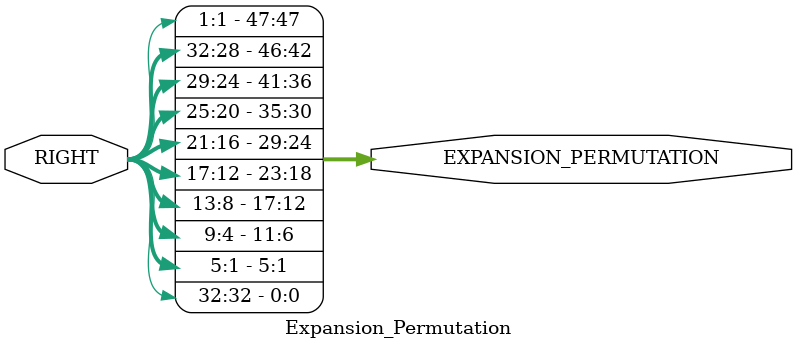
<source format=v>
`timescale 1ns / 1ps
module Expansion_Permutation(RIGHT, EXPANSION_PERMUTATION);
    
    input  [32 : 1] RIGHT; 
	
	 output [48 : 1] EXPANSION_PERMUTATION;
	 
	 wire   [32 : 1] RIGHT;
	 
	 reg    [48 : 1] EXPANSION_PERMUTATION;
	 
	
    always @(RIGHT)

        begin

           EXPANSION_PERMUTATION[1]   <= RIGHT[32];
           EXPANSION_PERMUTATION[2]   <= RIGHT[1];		  
           EXPANSION_PERMUTATION[3]   <= RIGHT[2];		  			  
	        EXPANSION_PERMUTATION[4]   <= RIGHT[3];		  
           EXPANSION_PERMUTATION[5]   <= RIGHT[4];
           EXPANSION_PERMUTATION[6]   <= RIGHT[5];		  
           EXPANSION_PERMUTATION[7]   <= RIGHT[4];
           EXPANSION_PERMUTATION[8]   <= RIGHT[5];		  
           EXPANSION_PERMUTATION[9]   <= RIGHT[6];
           EXPANSION_PERMUTATION[10]  <= RIGHT[7];		  
			  EXPANSION_PERMUTATION[11]  <= RIGHT[8];		  
			  EXPANSION_PERMUTATION[12]  <= RIGHT[9];		  
			  EXPANSION_PERMUTATION[13]  <= RIGHT[8];		  
			  EXPANSION_PERMUTATION[14]  <= RIGHT[9];		  
			  EXPANSION_PERMUTATION[15]  <= RIGHT[10];		  
			  EXPANSION_PERMUTATION[16]  <= RIGHT[11];		  
			  EXPANSION_PERMUTATION[17]  <= RIGHT[12];		  
			  EXPANSION_PERMUTATION[18]  <= RIGHT[13];		  
			  EXPANSION_PERMUTATION[19]  <= RIGHT[12];		  
			  EXPANSION_PERMUTATION[20]  <= RIGHT[13];		  
			  EXPANSION_PERMUTATION[21]  <= RIGHT[14];		  
			  EXPANSION_PERMUTATION[22]  <= RIGHT[15];		  
			  EXPANSION_PERMUTATION[23]  <= RIGHT[16];		  
			  EXPANSION_PERMUTATION[24]  <= RIGHT[17];		  
			  EXPANSION_PERMUTATION[25]  <= RIGHT[16];		  
			  EXPANSION_PERMUTATION[26]  <= RIGHT[17];		  
			  EXPANSION_PERMUTATION[27]  <= RIGHT[18];		  
			  EXPANSION_PERMUTATION[28]  <= RIGHT[19];		  
			  EXPANSION_PERMUTATION[29]  <= RIGHT[20];		  
			  EXPANSION_PERMUTATION[30]  <= RIGHT[21];		  
			  EXPANSION_PERMUTATION[31]  <= RIGHT[20];		  
			  EXPANSION_PERMUTATION[32]  <= RIGHT[21];		
			  EXPANSION_PERMUTATION[33]  <= RIGHT[22];	
           EXPANSION_PERMUTATION[34]  <= RIGHT[23];		  
           EXPANSION_PERMUTATION[35]  <= RIGHT[24];
           EXPANSION_PERMUTATION[36]  <= RIGHT[25];		  
           EXPANSION_PERMUTATION[37]  <= RIGHT[24];		  			  
			  EXPANSION_PERMUTATION[38]  <= RIGHT[25];		  
			  EXPANSION_PERMUTATION[39]  <= RIGHT[26];		  
			  EXPANSION_PERMUTATION[40]  <= RIGHT[27];		  
			  EXPANSION_PERMUTATION[41]  <= RIGHT[28];		  
			  EXPANSION_PERMUTATION[42]  <= RIGHT[29];		  
			  EXPANSION_PERMUTATION[43]  <= RIGHT[28];		  
			  EXPANSION_PERMUTATION[44]  <= RIGHT[29];		  
			  EXPANSION_PERMUTATION[45]  <= RIGHT[30];		  
			  EXPANSION_PERMUTATION[46]  <= RIGHT[31];		  
			  EXPANSION_PERMUTATION[47]  <= RIGHT[32];		  
			  EXPANSION_PERMUTATION[48]  <= RIGHT[1];

       end
		 
endmodule
</source>
